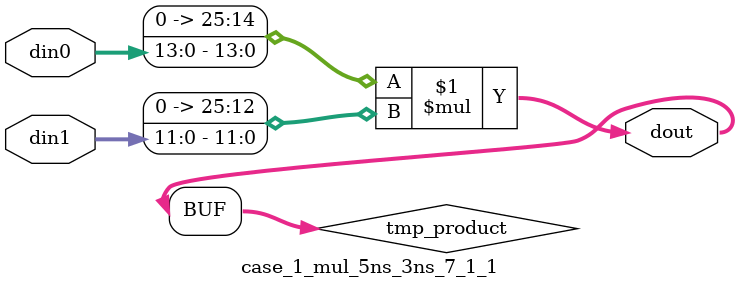
<source format=v>

`timescale 1 ns / 1 ps

 (* use_dsp = "no" *)  module case_1_mul_5ns_3ns_7_1_1(din0, din1, dout);
parameter ID = 1;
parameter NUM_STAGE = 0;
parameter din0_WIDTH = 14;
parameter din1_WIDTH = 12;
parameter dout_WIDTH = 26;

input [din0_WIDTH - 1 : 0] din0; 
input [din1_WIDTH - 1 : 0] din1; 
output [dout_WIDTH - 1 : 0] dout;

wire signed [dout_WIDTH - 1 : 0] tmp_product;
























assign tmp_product = $signed({1'b0, din0}) * $signed({1'b0, din1});











assign dout = tmp_product;





















endmodule

</source>
